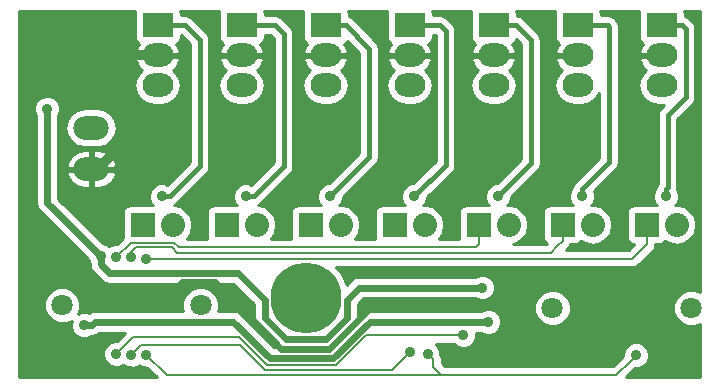
<source format=gbl>
G04 #@! TF.FileFunction,Copper,L2,Bot,Signal*
%FSLAX46Y46*%
G04 Gerber Fmt 4.6, Leading zero omitted, Abs format (unit mm)*
G04 Created by KiCad (PCBNEW 4.0.1-stable) date 2016-06-28 03:14:43*
%MOMM*%
G01*
G04 APERTURE LIST*
%ADD10C,0.100000*%
%ADD11O,3.000000X2.000000*%
%ADD12C,1.800000*%
%ADD13R,2.600000X2.000000*%
%ADD14O,2.600000X2.000000*%
%ADD15R,2.032000X2.032000*%
%ADD16O,2.032000X2.032000*%
%ADD17C,6.000000*%
%ADD18C,0.914400*%
%ADD19C,0.812800*%
%ADD20C,0.584200*%
%ADD21C,0.406400*%
%ADD22C,0.203200*%
%ADD23C,0.254000*%
G04 APERTURE END LIST*
D10*
D11*
X114969500Y-103413500D03*
X114969500Y-99913500D03*
D12*
X112496500Y-114935000D03*
X124231500Y-114935000D03*
D13*
X127698500Y-91249500D03*
D14*
X127698500Y-93789500D03*
X127698500Y-96329500D03*
D15*
X161988500Y-108140500D03*
D16*
X164528500Y-108140500D03*
D15*
X154876500Y-108140500D03*
D16*
X157416500Y-108140500D03*
D15*
X147764500Y-108140500D03*
D16*
X150304500Y-108140500D03*
D15*
X140652500Y-108140500D03*
D16*
X143192500Y-108140500D03*
D15*
X133540500Y-108140500D03*
D16*
X136080500Y-108140500D03*
D15*
X126428500Y-108140500D03*
D16*
X128968500Y-108140500D03*
D15*
X119316500Y-108140500D03*
D16*
X121856500Y-108140500D03*
D13*
X120586500Y-91249500D03*
D14*
X120586500Y-93789500D03*
X120586500Y-96329500D03*
D13*
X134810500Y-91249500D03*
D14*
X134810500Y-93789500D03*
X134810500Y-96329500D03*
D13*
X141922500Y-91249500D03*
D14*
X141922500Y-93789500D03*
X141922500Y-96329500D03*
D13*
X163258500Y-91249500D03*
D14*
X163258500Y-93789500D03*
X163258500Y-96329500D03*
D13*
X156146500Y-91249500D03*
D14*
X156146500Y-93789500D03*
X156146500Y-96329500D03*
D13*
X149034500Y-91249500D03*
D14*
X149034500Y-93789500D03*
X149034500Y-96329500D03*
D17*
X133140500Y-114344500D03*
D12*
X154025500Y-115188500D03*
X165760500Y-115188500D03*
D18*
X122237500Y-113474500D03*
X147205700Y-114769900D03*
X120967500Y-105727500D03*
X128079500Y-105727500D03*
X135191500Y-105727500D03*
X142303500Y-105727500D03*
X149415500Y-105727500D03*
X156527500Y-105727500D03*
X163639500Y-105727500D03*
X111252000Y-98298000D03*
X148069300Y-113449100D03*
X115760500Y-110807500D03*
X117094000Y-110871000D03*
X118364000Y-110871000D03*
X119634000Y-110998020D03*
X143446500Y-119062500D03*
X161099500Y-119189500D03*
X119634000Y-119126000D03*
X141986000Y-118872000D03*
X118364000Y-119126000D03*
X146483530Y-117464975D03*
X117094000Y-119062500D03*
X148589567Y-116332433D03*
X114363500Y-116649500D03*
D19*
X114969500Y-103413500D02*
X115469500Y-103413500D01*
X115469500Y-103413500D02*
X118046500Y-100836500D01*
X118046500Y-100836500D02*
X118046500Y-94216700D01*
X118046500Y-94216700D02*
X118473700Y-93789500D01*
X118473700Y-93789500D02*
X120586500Y-93789500D01*
D20*
X122237500Y-113474500D02*
X122694699Y-113017301D01*
X122694699Y-113017301D02*
X125424079Y-113017301D01*
X131033989Y-118627211D02*
X135144399Y-118627211D01*
X125424079Y-113017301D02*
X131033989Y-118627211D01*
X135144399Y-118627211D02*
X139001710Y-114769900D01*
X139001710Y-114769900D02*
X147205700Y-114769900D01*
X120286500Y-93789500D02*
X120586500Y-93789500D01*
D21*
X138493500Y-102425500D02*
X138493500Y-93226100D01*
X138493500Y-93226100D02*
X136516900Y-91249500D01*
X136516900Y-91249500D02*
X134810500Y-91249500D01*
X124142500Y-92519500D02*
X122872500Y-91249500D01*
X122872500Y-91249500D02*
X120586500Y-91249500D01*
X124142500Y-103199078D02*
X124142500Y-92519500D01*
X120967500Y-105727500D02*
X121614078Y-105727500D01*
X121614078Y-105727500D02*
X124142500Y-103199078D01*
X128079500Y-105727500D02*
X128726078Y-105727500D01*
X128726078Y-105727500D02*
X131254500Y-103199078D01*
X131254500Y-103199078D02*
X131254500Y-92011500D01*
X131254500Y-92011500D02*
X130492500Y-91249500D01*
X130492500Y-91249500D02*
X127698500Y-91249500D01*
X135191500Y-105727500D02*
X138493500Y-102425500D01*
X144970500Y-91757500D02*
X144462500Y-91249500D01*
X144462500Y-91249500D02*
X141922500Y-91249500D01*
X144970500Y-103060500D02*
X144970500Y-91757500D01*
X142303500Y-105727500D02*
X144970500Y-103060500D01*
X149415500Y-105727500D02*
X152209500Y-102933500D01*
X152209500Y-102933500D02*
X152209500Y-92519500D01*
X150939500Y-91249500D02*
X149034500Y-91249500D01*
X152209500Y-92519500D02*
X150939500Y-91249500D01*
X158813500Y-91376500D02*
X158686500Y-91249500D01*
X158686500Y-91249500D02*
X156146500Y-91249500D01*
X158813500Y-102794922D02*
X158813500Y-91376500D01*
X156527500Y-105727500D02*
X156527500Y-105080922D01*
X156527500Y-105080922D02*
X158813500Y-102794922D01*
X163639500Y-105727500D02*
X163639500Y-105080922D01*
X163639500Y-105080922D02*
X163766500Y-104953922D01*
X163766500Y-104953922D02*
X163766500Y-98869500D01*
X163766500Y-98869500D02*
X165290500Y-97345500D01*
X165290500Y-97345500D02*
X165290500Y-91575100D01*
X165290500Y-91575100D02*
X164964900Y-91249500D01*
X164964900Y-91249500D02*
X163258500Y-91249500D01*
D20*
X111252000Y-98298000D02*
X111252000Y-106299000D01*
X111252000Y-106299000D02*
X115760500Y-110807500D01*
X115760500Y-111454078D02*
X115760500Y-110807500D01*
X116510922Y-112204500D02*
X115760500Y-111454078D01*
X129645199Y-114465089D02*
X127384610Y-112204500D01*
X134818245Y-117839801D02*
X131462755Y-117839801D01*
X136635801Y-114465089D02*
X136635801Y-116022245D01*
X137651790Y-113449100D02*
X136635801Y-114465089D01*
X129645199Y-116022245D02*
X129645199Y-114465089D01*
X131462755Y-117839801D02*
X129645199Y-116022245D01*
X148069300Y-113449100D02*
X137651790Y-113449100D01*
X127384610Y-112204500D02*
X116510922Y-112204500D01*
X136635801Y-116022245D02*
X134818245Y-117839801D01*
D22*
X147764500Y-109359700D02*
X147764500Y-108140500D01*
X122367750Y-110045500D02*
X147510500Y-110045500D01*
X117094000Y-110871000D02*
X118325911Y-109639089D01*
X121961340Y-109639089D02*
X122367750Y-110045500D01*
X147510500Y-110045500D02*
X147764500Y-109791500D01*
X118325911Y-109639089D02*
X121961340Y-109639089D01*
X147764500Y-109791500D02*
X147764500Y-109359700D01*
X154876500Y-109474000D02*
X154876500Y-108140500D01*
X154432000Y-109918500D02*
X154876500Y-109474000D01*
X153860500Y-110490000D02*
X154432000Y-109918500D01*
X118745000Y-110045500D02*
X121793000Y-110045500D01*
X122237500Y-110490000D02*
X153860500Y-110490000D01*
X118364000Y-110426500D02*
X118745000Y-110045500D01*
X121793000Y-110045500D02*
X122237500Y-110490000D01*
X118364000Y-110871000D02*
X118364000Y-110426500D01*
X161163000Y-110617000D02*
X161988500Y-109791500D01*
X160782000Y-110998000D02*
X161163000Y-110617000D01*
X120280598Y-110998000D02*
X160782000Y-110998000D01*
X120280578Y-110998020D02*
X120280598Y-110998000D01*
X119634000Y-110998020D02*
X120280578Y-110998020D01*
X161988500Y-109791500D02*
X161988500Y-108140500D01*
X159435767Y-120853233D02*
X144602233Y-120853233D01*
X144602233Y-120853233D02*
X143903699Y-120154699D01*
X143446500Y-119062500D02*
X143903699Y-119519699D01*
X143903699Y-119519699D02*
X143903699Y-120154699D01*
X160642301Y-119646699D02*
X161099500Y-119189500D01*
X159435767Y-120853233D02*
X160642301Y-119646699D01*
X121361232Y-120853232D02*
X159435767Y-120853233D01*
X119634000Y-119126000D02*
X121361232Y-120853232D01*
X129695913Y-120446822D02*
X140411178Y-120446822D01*
X140411178Y-120446822D02*
X141986000Y-118872000D01*
X118364000Y-119126000D02*
X119168851Y-118321149D01*
X119168851Y-118321149D02*
X127570240Y-118321149D01*
X127570240Y-118321149D02*
X129695913Y-120446822D01*
X118491000Y-117665500D02*
X127489342Y-117665500D01*
X145836952Y-117464975D02*
X146483530Y-117464975D01*
X127489342Y-117665500D02*
X129864253Y-120040411D01*
X129864253Y-120040411D02*
X135688928Y-120040411D01*
X138264364Y-117464975D02*
X145836952Y-117464975D01*
X117094000Y-119062500D02*
X118491000Y-117665500D01*
X135688928Y-120040411D02*
X138264364Y-117464975D01*
D20*
X130082622Y-119414622D02*
X126998301Y-116330301D01*
X126998301Y-116330301D02*
X115329277Y-116330301D01*
X138554876Y-116330301D02*
X135470556Y-119414622D01*
X135470556Y-119414622D02*
X130082622Y-119414622D01*
X147940857Y-116330301D02*
X138554876Y-116330301D01*
X114363500Y-116649500D02*
X115010078Y-116649500D01*
X147940857Y-116330301D02*
X147942989Y-116332433D01*
X115010078Y-116649500D02*
X115329277Y-116330301D01*
X147942989Y-116332433D02*
X148589567Y-116332433D01*
D23*
G36*
X166510500Y-113837854D02*
X166067170Y-113653767D01*
X165456509Y-113653235D01*
X164892129Y-113886432D01*
X164459949Y-114317857D01*
X164225767Y-114881830D01*
X164225235Y-115492491D01*
X164458432Y-116056871D01*
X164889857Y-116489051D01*
X165453830Y-116723233D01*
X166064491Y-116723765D01*
X166510500Y-116539478D01*
X166510500Y-121044500D01*
X160286210Y-121044500D01*
X161049054Y-120281656D01*
X161315799Y-120281889D01*
X161717373Y-120115962D01*
X162024882Y-119808989D01*
X162191510Y-119407705D01*
X162191889Y-118973201D01*
X162025962Y-118571627D01*
X161718989Y-118264118D01*
X161317705Y-118097490D01*
X160883201Y-118097111D01*
X160481627Y-118263038D01*
X160174118Y-118570011D01*
X160007490Y-118971295D01*
X160007256Y-119240034D01*
X159130657Y-120116633D01*
X144907343Y-120116633D01*
X144640299Y-119849589D01*
X144640299Y-119519699D01*
X144584229Y-119237814D01*
X144538607Y-119169536D01*
X144538889Y-118846201D01*
X144372962Y-118444627D01*
X144130334Y-118201575D01*
X145675588Y-118201575D01*
X145864041Y-118390357D01*
X146265325Y-118556985D01*
X146699829Y-118557364D01*
X147101403Y-118391437D01*
X147408912Y-118084464D01*
X147575540Y-117683180D01*
X147575911Y-117257401D01*
X147932271Y-117257401D01*
X147942989Y-117259533D01*
X147974215Y-117259533D01*
X148371362Y-117424443D01*
X148805866Y-117424822D01*
X149207440Y-117258895D01*
X149514949Y-116951922D01*
X149681577Y-116550638D01*
X149681956Y-116116134D01*
X149516029Y-115714560D01*
X149294348Y-115492491D01*
X152490235Y-115492491D01*
X152723432Y-116056871D01*
X153154857Y-116489051D01*
X153718830Y-116723233D01*
X154329491Y-116723765D01*
X154893871Y-116490568D01*
X155326051Y-116059143D01*
X155560233Y-115495170D01*
X155560765Y-114884509D01*
X155327568Y-114320129D01*
X154896143Y-113887949D01*
X154332170Y-113653767D01*
X153721509Y-113653235D01*
X153157129Y-113886432D01*
X152724949Y-114317857D01*
X152490767Y-114881830D01*
X152490235Y-115492491D01*
X149294348Y-115492491D01*
X149209056Y-115407051D01*
X148807772Y-115240423D01*
X148373268Y-115240044D01*
X147973238Y-115405333D01*
X147951575Y-115405333D01*
X147940857Y-115403201D01*
X138554881Y-115403201D01*
X138554876Y-115403200D01*
X138200090Y-115473772D01*
X137899317Y-115674742D01*
X137562901Y-116011158D01*
X137562901Y-114849107D01*
X138035807Y-114376200D01*
X147453948Y-114376200D01*
X147851095Y-114541110D01*
X148285599Y-114541489D01*
X148687173Y-114375562D01*
X148994682Y-114068589D01*
X149161310Y-113667305D01*
X149161689Y-113232801D01*
X148995762Y-112831227D01*
X148688789Y-112523718D01*
X148287505Y-112357090D01*
X147853001Y-112356711D01*
X147452971Y-112522000D01*
X137651790Y-112522000D01*
X137297004Y-112592571D01*
X136996231Y-112793541D01*
X136996229Y-112793544D01*
X136597489Y-113192283D01*
X136223900Y-112288128D01*
X135671337Y-111734600D01*
X160782000Y-111734600D01*
X161063885Y-111678530D01*
X161302855Y-111518855D01*
X162509355Y-110312355D01*
X162669030Y-110073385D01*
X162722626Y-109803940D01*
X163004500Y-109803940D01*
X163239817Y-109759662D01*
X163455941Y-109620590D01*
X163557698Y-109471663D01*
X163896690Y-109698170D01*
X164528500Y-109823845D01*
X165160310Y-109698170D01*
X165695933Y-109340278D01*
X166053825Y-108804655D01*
X166179500Y-108172845D01*
X166179500Y-108108155D01*
X166053825Y-107476345D01*
X165695933Y-106940722D01*
X165160310Y-106582830D01*
X164528500Y-106457155D01*
X164436115Y-106475532D01*
X164564882Y-106346989D01*
X164731510Y-105945705D01*
X164731889Y-105511201D01*
X164571205Y-105122315D01*
X164604700Y-104953922D01*
X164604700Y-99216694D01*
X165883197Y-97938197D01*
X165948781Y-97840043D01*
X166064896Y-97666265D01*
X166128700Y-97345500D01*
X166128700Y-91575100D01*
X166064896Y-91254335D01*
X166064896Y-91254334D01*
X165883197Y-90982403D01*
X165557597Y-90656803D01*
X165285666Y-90475104D01*
X165205940Y-90459246D01*
X165205940Y-90249500D01*
X165164544Y-90029500D01*
X166510500Y-90029500D01*
X166510500Y-113837854D01*
X166510500Y-113837854D01*
G37*
X166510500Y-113837854D02*
X166067170Y-113653767D01*
X165456509Y-113653235D01*
X164892129Y-113886432D01*
X164459949Y-114317857D01*
X164225767Y-114881830D01*
X164225235Y-115492491D01*
X164458432Y-116056871D01*
X164889857Y-116489051D01*
X165453830Y-116723233D01*
X166064491Y-116723765D01*
X166510500Y-116539478D01*
X166510500Y-121044500D01*
X160286210Y-121044500D01*
X161049054Y-120281656D01*
X161315799Y-120281889D01*
X161717373Y-120115962D01*
X162024882Y-119808989D01*
X162191510Y-119407705D01*
X162191889Y-118973201D01*
X162025962Y-118571627D01*
X161718989Y-118264118D01*
X161317705Y-118097490D01*
X160883201Y-118097111D01*
X160481627Y-118263038D01*
X160174118Y-118570011D01*
X160007490Y-118971295D01*
X160007256Y-119240034D01*
X159130657Y-120116633D01*
X144907343Y-120116633D01*
X144640299Y-119849589D01*
X144640299Y-119519699D01*
X144584229Y-119237814D01*
X144538607Y-119169536D01*
X144538889Y-118846201D01*
X144372962Y-118444627D01*
X144130334Y-118201575D01*
X145675588Y-118201575D01*
X145864041Y-118390357D01*
X146265325Y-118556985D01*
X146699829Y-118557364D01*
X147101403Y-118391437D01*
X147408912Y-118084464D01*
X147575540Y-117683180D01*
X147575911Y-117257401D01*
X147932271Y-117257401D01*
X147942989Y-117259533D01*
X147974215Y-117259533D01*
X148371362Y-117424443D01*
X148805866Y-117424822D01*
X149207440Y-117258895D01*
X149514949Y-116951922D01*
X149681577Y-116550638D01*
X149681956Y-116116134D01*
X149516029Y-115714560D01*
X149294348Y-115492491D01*
X152490235Y-115492491D01*
X152723432Y-116056871D01*
X153154857Y-116489051D01*
X153718830Y-116723233D01*
X154329491Y-116723765D01*
X154893871Y-116490568D01*
X155326051Y-116059143D01*
X155560233Y-115495170D01*
X155560765Y-114884509D01*
X155327568Y-114320129D01*
X154896143Y-113887949D01*
X154332170Y-113653767D01*
X153721509Y-113653235D01*
X153157129Y-113886432D01*
X152724949Y-114317857D01*
X152490767Y-114881830D01*
X152490235Y-115492491D01*
X149294348Y-115492491D01*
X149209056Y-115407051D01*
X148807772Y-115240423D01*
X148373268Y-115240044D01*
X147973238Y-115405333D01*
X147951575Y-115405333D01*
X147940857Y-115403201D01*
X138554881Y-115403201D01*
X138554876Y-115403200D01*
X138200090Y-115473772D01*
X137899317Y-115674742D01*
X137562901Y-116011158D01*
X137562901Y-114849107D01*
X138035807Y-114376200D01*
X147453948Y-114376200D01*
X147851095Y-114541110D01*
X148285599Y-114541489D01*
X148687173Y-114375562D01*
X148994682Y-114068589D01*
X149161310Y-113667305D01*
X149161689Y-113232801D01*
X148995762Y-112831227D01*
X148688789Y-112523718D01*
X148287505Y-112357090D01*
X147853001Y-112356711D01*
X147452971Y-112522000D01*
X137651790Y-112522000D01*
X137297004Y-112592571D01*
X136996231Y-112793541D01*
X136996229Y-112793544D01*
X136597489Y-113192283D01*
X136223900Y-112288128D01*
X135671337Y-111734600D01*
X160782000Y-111734600D01*
X161063885Y-111678530D01*
X161302855Y-111518855D01*
X162509355Y-110312355D01*
X162669030Y-110073385D01*
X162722626Y-109803940D01*
X163004500Y-109803940D01*
X163239817Y-109759662D01*
X163455941Y-109620590D01*
X163557698Y-109471663D01*
X163896690Y-109698170D01*
X164528500Y-109823845D01*
X165160310Y-109698170D01*
X165695933Y-109340278D01*
X166053825Y-108804655D01*
X166179500Y-108172845D01*
X166179500Y-108108155D01*
X166053825Y-107476345D01*
X165695933Y-106940722D01*
X165160310Y-106582830D01*
X164528500Y-106457155D01*
X164436115Y-106475532D01*
X164564882Y-106346989D01*
X164731510Y-105945705D01*
X164731889Y-105511201D01*
X164571205Y-105122315D01*
X164604700Y-104953922D01*
X164604700Y-99216694D01*
X165883197Y-97938197D01*
X165948781Y-97840043D01*
X166064896Y-97666265D01*
X166128700Y-97345500D01*
X166128700Y-91575100D01*
X166064896Y-91254335D01*
X166064896Y-91254334D01*
X165883197Y-90982403D01*
X165557597Y-90656803D01*
X165285666Y-90475104D01*
X165205940Y-90459246D01*
X165205940Y-90249500D01*
X165164544Y-90029500D01*
X166510500Y-90029500D01*
X166510500Y-113837854D01*
G36*
X118639060Y-90249500D02*
X118639060Y-92249500D01*
X118683338Y-92484817D01*
X118822410Y-92700941D01*
X118989120Y-92814849D01*
X118727356Y-93281145D01*
X118696376Y-93409066D01*
X118815723Y-93662500D01*
X120459500Y-93662500D01*
X120459500Y-93642500D01*
X120713500Y-93642500D01*
X120713500Y-93662500D01*
X122357277Y-93662500D01*
X122476624Y-93409066D01*
X122445644Y-93281145D01*
X122183005Y-92813289D01*
X122337941Y-92713590D01*
X122482931Y-92501390D01*
X122533940Y-92249500D01*
X122533940Y-92096334D01*
X123304300Y-92866694D01*
X123304300Y-102851884D01*
X121422407Y-104733777D01*
X121185705Y-104635490D01*
X120751201Y-104635111D01*
X120349627Y-104801038D01*
X120042118Y-105108011D01*
X119875490Y-105509295D01*
X119875111Y-105943799D01*
X120041038Y-106345373D01*
X120172495Y-106477060D01*
X118300500Y-106477060D01*
X118065183Y-106521338D01*
X117849059Y-106660410D01*
X117704069Y-106872610D01*
X117653060Y-107124500D01*
X117653060Y-109156500D01*
X117671071Y-109252219D01*
X117144446Y-109778844D01*
X116877701Y-109778611D01*
X116476127Y-109944538D01*
X116459184Y-109961451D01*
X116379989Y-109882118D01*
X115980249Y-109716131D01*
X112179100Y-105914982D01*
X112179100Y-103793934D01*
X112879376Y-103793934D01*
X112910356Y-103921855D01*
X113223578Y-104479817D01*
X113726480Y-104875442D01*
X114342500Y-105048500D01*
X114842500Y-105048500D01*
X114842500Y-103540500D01*
X115096500Y-103540500D01*
X115096500Y-105048500D01*
X115596500Y-105048500D01*
X116212520Y-104875442D01*
X116715422Y-104479817D01*
X117028644Y-103921855D01*
X117059624Y-103793934D01*
X116940277Y-103540500D01*
X115096500Y-103540500D01*
X114842500Y-103540500D01*
X112998723Y-103540500D01*
X112879376Y-103793934D01*
X112179100Y-103793934D01*
X112179100Y-103033066D01*
X112879376Y-103033066D01*
X112998723Y-103286500D01*
X114842500Y-103286500D01*
X114842500Y-101778500D01*
X115096500Y-101778500D01*
X115096500Y-103286500D01*
X116940277Y-103286500D01*
X117059624Y-103033066D01*
X117028644Y-102905145D01*
X116715422Y-102347183D01*
X116212520Y-101951558D01*
X115596500Y-101778500D01*
X115096500Y-101778500D01*
X114842500Y-101778500D01*
X114342500Y-101778500D01*
X113726480Y-101951558D01*
X113223578Y-102347183D01*
X112910356Y-102905145D01*
X112879376Y-103033066D01*
X112179100Y-103033066D01*
X112179100Y-99913500D01*
X112792673Y-99913500D01*
X112917130Y-100539187D01*
X113271553Y-101069620D01*
X113801986Y-101424043D01*
X114427673Y-101548500D01*
X115511327Y-101548500D01*
X116137014Y-101424043D01*
X116667447Y-101069620D01*
X117021870Y-100539187D01*
X117146327Y-99913500D01*
X117021870Y-99287813D01*
X116667447Y-98757380D01*
X116137014Y-98402957D01*
X115511327Y-98278500D01*
X114427673Y-98278500D01*
X113801986Y-98402957D01*
X113271553Y-98757380D01*
X112917130Y-99287813D01*
X112792673Y-99913500D01*
X112179100Y-99913500D01*
X112179100Y-98913352D01*
X112344010Y-98516205D01*
X112344389Y-98081701D01*
X112178462Y-97680127D01*
X111871489Y-97372618D01*
X111470205Y-97205990D01*
X111035701Y-97205611D01*
X110634127Y-97371538D01*
X110326618Y-97678511D01*
X110159990Y-98079795D01*
X110159611Y-98514299D01*
X110324900Y-98914329D01*
X110324900Y-106299000D01*
X110395471Y-106653786D01*
X110596441Y-106954559D01*
X114669822Y-111027940D01*
X114833400Y-111423829D01*
X114833400Y-111454078D01*
X114903971Y-111808864D01*
X115104941Y-112109637D01*
X115855363Y-112860059D01*
X116156136Y-113061029D01*
X116510922Y-113131600D01*
X127000592Y-113131600D01*
X128718099Y-114849106D01*
X128718099Y-116022245D01*
X128788670Y-116377031D01*
X128989640Y-116677804D01*
X130799359Y-118487522D01*
X130466639Y-118487522D01*
X127653860Y-115674742D01*
X127353087Y-115473772D01*
X126998301Y-115403201D01*
X125699159Y-115403201D01*
X125766233Y-115241670D01*
X125766765Y-114631009D01*
X125533568Y-114066629D01*
X125102143Y-113634449D01*
X124538170Y-113400267D01*
X123927509Y-113399735D01*
X123363129Y-113632932D01*
X122930949Y-114064357D01*
X122696767Y-114628330D01*
X122696235Y-115238991D01*
X122764085Y-115403201D01*
X115329282Y-115403201D01*
X115329277Y-115403200D01*
X114974491Y-115473772D01*
X114746677Y-115625992D01*
X114581705Y-115557490D01*
X114147201Y-115557111D01*
X113849106Y-115680281D01*
X114031233Y-115241670D01*
X114031765Y-114631009D01*
X113798568Y-114066629D01*
X113367143Y-113634449D01*
X112803170Y-113400267D01*
X112192509Y-113399735D01*
X111628129Y-113632932D01*
X111195949Y-114064357D01*
X110961767Y-114628330D01*
X110961235Y-115238991D01*
X111194432Y-115803371D01*
X111625857Y-116235551D01*
X112189830Y-116469733D01*
X112800491Y-116470265D01*
X113349504Y-116243418D01*
X113271490Y-116431295D01*
X113271111Y-116865799D01*
X113437038Y-117267373D01*
X113744011Y-117574882D01*
X114145295Y-117741510D01*
X114579799Y-117741889D01*
X114979829Y-117576600D01*
X115010078Y-117576600D01*
X115364864Y-117506029D01*
X115665637Y-117305059D01*
X115713295Y-117257401D01*
X117857389Y-117257401D01*
X117144446Y-117970344D01*
X116877701Y-117970111D01*
X116476127Y-118136038D01*
X116168618Y-118443011D01*
X116001990Y-118844295D01*
X116001611Y-119278799D01*
X116167538Y-119680373D01*
X116474511Y-119987882D01*
X116875795Y-120154510D01*
X117310299Y-120154889D01*
X117690865Y-119997642D01*
X117744511Y-120051382D01*
X118145795Y-120218010D01*
X118580299Y-120218389D01*
X118981873Y-120052462D01*
X118998760Y-120035604D01*
X119014511Y-120051382D01*
X119415795Y-120218010D01*
X119684534Y-120218244D01*
X120510790Y-121044500D01*
X108825500Y-121044500D01*
X108825500Y-96329500D01*
X118613591Y-96329500D01*
X118738048Y-96955187D01*
X119092471Y-97485620D01*
X119622904Y-97840043D01*
X120248591Y-97964500D01*
X120924409Y-97964500D01*
X121550096Y-97840043D01*
X122080529Y-97485620D01*
X122434952Y-96955187D01*
X122559409Y-96329500D01*
X122434952Y-95703813D01*
X122080529Y-95173380D01*
X121890312Y-95046281D01*
X122132422Y-94855817D01*
X122445644Y-94297855D01*
X122476624Y-94169934D01*
X122357277Y-93916500D01*
X120713500Y-93916500D01*
X120713500Y-93936500D01*
X120459500Y-93936500D01*
X120459500Y-93916500D01*
X118815723Y-93916500D01*
X118696376Y-94169934D01*
X118727356Y-94297855D01*
X119040578Y-94855817D01*
X119282688Y-95046281D01*
X119092471Y-95173380D01*
X118738048Y-95703813D01*
X118613591Y-96329500D01*
X108825500Y-96329500D01*
X108825500Y-90029500D01*
X118683611Y-90029500D01*
X118639060Y-90249500D01*
X118639060Y-90249500D01*
G37*
X118639060Y-90249500D02*
X118639060Y-92249500D01*
X118683338Y-92484817D01*
X118822410Y-92700941D01*
X118989120Y-92814849D01*
X118727356Y-93281145D01*
X118696376Y-93409066D01*
X118815723Y-93662500D01*
X120459500Y-93662500D01*
X120459500Y-93642500D01*
X120713500Y-93642500D01*
X120713500Y-93662500D01*
X122357277Y-93662500D01*
X122476624Y-93409066D01*
X122445644Y-93281145D01*
X122183005Y-92813289D01*
X122337941Y-92713590D01*
X122482931Y-92501390D01*
X122533940Y-92249500D01*
X122533940Y-92096334D01*
X123304300Y-92866694D01*
X123304300Y-102851884D01*
X121422407Y-104733777D01*
X121185705Y-104635490D01*
X120751201Y-104635111D01*
X120349627Y-104801038D01*
X120042118Y-105108011D01*
X119875490Y-105509295D01*
X119875111Y-105943799D01*
X120041038Y-106345373D01*
X120172495Y-106477060D01*
X118300500Y-106477060D01*
X118065183Y-106521338D01*
X117849059Y-106660410D01*
X117704069Y-106872610D01*
X117653060Y-107124500D01*
X117653060Y-109156500D01*
X117671071Y-109252219D01*
X117144446Y-109778844D01*
X116877701Y-109778611D01*
X116476127Y-109944538D01*
X116459184Y-109961451D01*
X116379989Y-109882118D01*
X115980249Y-109716131D01*
X112179100Y-105914982D01*
X112179100Y-103793934D01*
X112879376Y-103793934D01*
X112910356Y-103921855D01*
X113223578Y-104479817D01*
X113726480Y-104875442D01*
X114342500Y-105048500D01*
X114842500Y-105048500D01*
X114842500Y-103540500D01*
X115096500Y-103540500D01*
X115096500Y-105048500D01*
X115596500Y-105048500D01*
X116212520Y-104875442D01*
X116715422Y-104479817D01*
X117028644Y-103921855D01*
X117059624Y-103793934D01*
X116940277Y-103540500D01*
X115096500Y-103540500D01*
X114842500Y-103540500D01*
X112998723Y-103540500D01*
X112879376Y-103793934D01*
X112179100Y-103793934D01*
X112179100Y-103033066D01*
X112879376Y-103033066D01*
X112998723Y-103286500D01*
X114842500Y-103286500D01*
X114842500Y-101778500D01*
X115096500Y-101778500D01*
X115096500Y-103286500D01*
X116940277Y-103286500D01*
X117059624Y-103033066D01*
X117028644Y-102905145D01*
X116715422Y-102347183D01*
X116212520Y-101951558D01*
X115596500Y-101778500D01*
X115096500Y-101778500D01*
X114842500Y-101778500D01*
X114342500Y-101778500D01*
X113726480Y-101951558D01*
X113223578Y-102347183D01*
X112910356Y-102905145D01*
X112879376Y-103033066D01*
X112179100Y-103033066D01*
X112179100Y-99913500D01*
X112792673Y-99913500D01*
X112917130Y-100539187D01*
X113271553Y-101069620D01*
X113801986Y-101424043D01*
X114427673Y-101548500D01*
X115511327Y-101548500D01*
X116137014Y-101424043D01*
X116667447Y-101069620D01*
X117021870Y-100539187D01*
X117146327Y-99913500D01*
X117021870Y-99287813D01*
X116667447Y-98757380D01*
X116137014Y-98402957D01*
X115511327Y-98278500D01*
X114427673Y-98278500D01*
X113801986Y-98402957D01*
X113271553Y-98757380D01*
X112917130Y-99287813D01*
X112792673Y-99913500D01*
X112179100Y-99913500D01*
X112179100Y-98913352D01*
X112344010Y-98516205D01*
X112344389Y-98081701D01*
X112178462Y-97680127D01*
X111871489Y-97372618D01*
X111470205Y-97205990D01*
X111035701Y-97205611D01*
X110634127Y-97371538D01*
X110326618Y-97678511D01*
X110159990Y-98079795D01*
X110159611Y-98514299D01*
X110324900Y-98914329D01*
X110324900Y-106299000D01*
X110395471Y-106653786D01*
X110596441Y-106954559D01*
X114669822Y-111027940D01*
X114833400Y-111423829D01*
X114833400Y-111454078D01*
X114903971Y-111808864D01*
X115104941Y-112109637D01*
X115855363Y-112860059D01*
X116156136Y-113061029D01*
X116510922Y-113131600D01*
X127000592Y-113131600D01*
X128718099Y-114849106D01*
X128718099Y-116022245D01*
X128788670Y-116377031D01*
X128989640Y-116677804D01*
X130799359Y-118487522D01*
X130466639Y-118487522D01*
X127653860Y-115674742D01*
X127353087Y-115473772D01*
X126998301Y-115403201D01*
X125699159Y-115403201D01*
X125766233Y-115241670D01*
X125766765Y-114631009D01*
X125533568Y-114066629D01*
X125102143Y-113634449D01*
X124538170Y-113400267D01*
X123927509Y-113399735D01*
X123363129Y-113632932D01*
X122930949Y-114064357D01*
X122696767Y-114628330D01*
X122696235Y-115238991D01*
X122764085Y-115403201D01*
X115329282Y-115403201D01*
X115329277Y-115403200D01*
X114974491Y-115473772D01*
X114746677Y-115625992D01*
X114581705Y-115557490D01*
X114147201Y-115557111D01*
X113849106Y-115680281D01*
X114031233Y-115241670D01*
X114031765Y-114631009D01*
X113798568Y-114066629D01*
X113367143Y-113634449D01*
X112803170Y-113400267D01*
X112192509Y-113399735D01*
X111628129Y-113632932D01*
X111195949Y-114064357D01*
X110961767Y-114628330D01*
X110961235Y-115238991D01*
X111194432Y-115803371D01*
X111625857Y-116235551D01*
X112189830Y-116469733D01*
X112800491Y-116470265D01*
X113349504Y-116243418D01*
X113271490Y-116431295D01*
X113271111Y-116865799D01*
X113437038Y-117267373D01*
X113744011Y-117574882D01*
X114145295Y-117741510D01*
X114579799Y-117741889D01*
X114979829Y-117576600D01*
X115010078Y-117576600D01*
X115364864Y-117506029D01*
X115665637Y-117305059D01*
X115713295Y-117257401D01*
X117857389Y-117257401D01*
X117144446Y-117970344D01*
X116877701Y-117970111D01*
X116476127Y-118136038D01*
X116168618Y-118443011D01*
X116001990Y-118844295D01*
X116001611Y-119278799D01*
X116167538Y-119680373D01*
X116474511Y-119987882D01*
X116875795Y-120154510D01*
X117310299Y-120154889D01*
X117690865Y-119997642D01*
X117744511Y-120051382D01*
X118145795Y-120218010D01*
X118580299Y-120218389D01*
X118981873Y-120052462D01*
X118998760Y-120035604D01*
X119014511Y-120051382D01*
X119415795Y-120218010D01*
X119684534Y-120218244D01*
X120510790Y-121044500D01*
X108825500Y-121044500D01*
X108825500Y-96329500D01*
X118613591Y-96329500D01*
X118738048Y-96955187D01*
X119092471Y-97485620D01*
X119622904Y-97840043D01*
X120248591Y-97964500D01*
X120924409Y-97964500D01*
X121550096Y-97840043D01*
X122080529Y-97485620D01*
X122434952Y-96955187D01*
X122559409Y-96329500D01*
X122434952Y-95703813D01*
X122080529Y-95173380D01*
X121890312Y-95046281D01*
X122132422Y-94855817D01*
X122445644Y-94297855D01*
X122476624Y-94169934D01*
X122357277Y-93916500D01*
X120713500Y-93916500D01*
X120713500Y-93936500D01*
X120459500Y-93936500D01*
X120459500Y-93916500D01*
X118815723Y-93916500D01*
X118696376Y-94169934D01*
X118727356Y-94297855D01*
X119040578Y-94855817D01*
X119282688Y-95046281D01*
X119092471Y-95173380D01*
X118738048Y-95703813D01*
X118613591Y-96329500D01*
X108825500Y-96329500D01*
X108825500Y-90029500D01*
X118683611Y-90029500D01*
X118639060Y-90249500D01*
G36*
X161311060Y-90249500D02*
X161311060Y-92249500D01*
X161355338Y-92484817D01*
X161494410Y-92700941D01*
X161661120Y-92814849D01*
X161399356Y-93281145D01*
X161368376Y-93409066D01*
X161487723Y-93662500D01*
X163131500Y-93662500D01*
X163131500Y-93642500D01*
X163385500Y-93642500D01*
X163385500Y-93662500D01*
X163405500Y-93662500D01*
X163405500Y-93916500D01*
X163385500Y-93916500D01*
X163385500Y-93936500D01*
X163131500Y-93936500D01*
X163131500Y-93916500D01*
X161487723Y-93916500D01*
X161368376Y-94169934D01*
X161399356Y-94297855D01*
X161712578Y-94855817D01*
X161954688Y-95046281D01*
X161764471Y-95173380D01*
X161410048Y-95703813D01*
X161285591Y-96329500D01*
X161410048Y-96955187D01*
X161764471Y-97485620D01*
X162294904Y-97840043D01*
X162920591Y-97964500D01*
X163486106Y-97964500D01*
X163173803Y-98276803D01*
X162992104Y-98548734D01*
X162992104Y-98548735D01*
X162928300Y-98869500D01*
X162928300Y-104665577D01*
X162865104Y-104760156D01*
X162826562Y-104953922D01*
X162816177Y-105006130D01*
X162714118Y-105108011D01*
X162547490Y-105509295D01*
X162547111Y-105943799D01*
X162713038Y-106345373D01*
X162844495Y-106477060D01*
X160972500Y-106477060D01*
X160737183Y-106521338D01*
X160521059Y-106660410D01*
X160376069Y-106872610D01*
X160325060Y-107124500D01*
X160325060Y-109156500D01*
X160369338Y-109391817D01*
X160508410Y-109607941D01*
X160720610Y-109752931D01*
X160940775Y-109797515D01*
X160476890Y-110261400D01*
X155130810Y-110261400D01*
X155397355Y-109994855D01*
X155524921Y-109803940D01*
X155892500Y-109803940D01*
X156127817Y-109759662D01*
X156343941Y-109620590D01*
X156445698Y-109471663D01*
X156784690Y-109698170D01*
X157416500Y-109823845D01*
X158048310Y-109698170D01*
X158583933Y-109340278D01*
X158941825Y-108804655D01*
X159067500Y-108172845D01*
X159067500Y-108108155D01*
X158941825Y-107476345D01*
X158583933Y-106940722D01*
X158048310Y-106582830D01*
X157416500Y-106457155D01*
X157324115Y-106475532D01*
X157452882Y-106346989D01*
X157619510Y-105945705D01*
X157619889Y-105511201D01*
X157521276Y-105272540D01*
X159406197Y-103387619D01*
X159587896Y-103115688D01*
X159651700Y-102794922D01*
X159651700Y-91376500D01*
X159626438Y-91249500D01*
X159587896Y-91055734D01*
X159406197Y-90783803D01*
X159279197Y-90656803D01*
X159007266Y-90475104D01*
X158686500Y-90411300D01*
X158093940Y-90411300D01*
X158093940Y-90249500D01*
X158052544Y-90029500D01*
X161355611Y-90029500D01*
X161311060Y-90249500D01*
X161311060Y-90249500D01*
G37*
X161311060Y-90249500D02*
X161311060Y-92249500D01*
X161355338Y-92484817D01*
X161494410Y-92700941D01*
X161661120Y-92814849D01*
X161399356Y-93281145D01*
X161368376Y-93409066D01*
X161487723Y-93662500D01*
X163131500Y-93662500D01*
X163131500Y-93642500D01*
X163385500Y-93642500D01*
X163385500Y-93662500D01*
X163405500Y-93662500D01*
X163405500Y-93916500D01*
X163385500Y-93916500D01*
X163385500Y-93936500D01*
X163131500Y-93936500D01*
X163131500Y-93916500D01*
X161487723Y-93916500D01*
X161368376Y-94169934D01*
X161399356Y-94297855D01*
X161712578Y-94855817D01*
X161954688Y-95046281D01*
X161764471Y-95173380D01*
X161410048Y-95703813D01*
X161285591Y-96329500D01*
X161410048Y-96955187D01*
X161764471Y-97485620D01*
X162294904Y-97840043D01*
X162920591Y-97964500D01*
X163486106Y-97964500D01*
X163173803Y-98276803D01*
X162992104Y-98548734D01*
X162992104Y-98548735D01*
X162928300Y-98869500D01*
X162928300Y-104665577D01*
X162865104Y-104760156D01*
X162826562Y-104953922D01*
X162816177Y-105006130D01*
X162714118Y-105108011D01*
X162547490Y-105509295D01*
X162547111Y-105943799D01*
X162713038Y-106345373D01*
X162844495Y-106477060D01*
X160972500Y-106477060D01*
X160737183Y-106521338D01*
X160521059Y-106660410D01*
X160376069Y-106872610D01*
X160325060Y-107124500D01*
X160325060Y-109156500D01*
X160369338Y-109391817D01*
X160508410Y-109607941D01*
X160720610Y-109752931D01*
X160940775Y-109797515D01*
X160476890Y-110261400D01*
X155130810Y-110261400D01*
X155397355Y-109994855D01*
X155524921Y-109803940D01*
X155892500Y-109803940D01*
X156127817Y-109759662D01*
X156343941Y-109620590D01*
X156445698Y-109471663D01*
X156784690Y-109698170D01*
X157416500Y-109823845D01*
X158048310Y-109698170D01*
X158583933Y-109340278D01*
X158941825Y-108804655D01*
X159067500Y-108172845D01*
X159067500Y-108108155D01*
X158941825Y-107476345D01*
X158583933Y-106940722D01*
X158048310Y-106582830D01*
X157416500Y-106457155D01*
X157324115Y-106475532D01*
X157452882Y-106346989D01*
X157619510Y-105945705D01*
X157619889Y-105511201D01*
X157521276Y-105272540D01*
X159406197Y-103387619D01*
X159587896Y-103115688D01*
X159651700Y-102794922D01*
X159651700Y-91376500D01*
X159626438Y-91249500D01*
X159587896Y-91055734D01*
X159406197Y-90783803D01*
X159279197Y-90656803D01*
X159007266Y-90475104D01*
X158686500Y-90411300D01*
X158093940Y-90411300D01*
X158093940Y-90249500D01*
X158052544Y-90029500D01*
X161355611Y-90029500D01*
X161311060Y-90249500D01*
G36*
X154199060Y-90249500D02*
X154199060Y-92249500D01*
X154243338Y-92484817D01*
X154382410Y-92700941D01*
X154549120Y-92814849D01*
X154287356Y-93281145D01*
X154256376Y-93409066D01*
X154375723Y-93662500D01*
X156019500Y-93662500D01*
X156019500Y-93642500D01*
X156273500Y-93642500D01*
X156273500Y-93662500D01*
X156293500Y-93662500D01*
X156293500Y-93916500D01*
X156273500Y-93916500D01*
X156273500Y-93936500D01*
X156019500Y-93936500D01*
X156019500Y-93916500D01*
X154375723Y-93916500D01*
X154256376Y-94169934D01*
X154287356Y-94297855D01*
X154600578Y-94855817D01*
X154842688Y-95046281D01*
X154652471Y-95173380D01*
X154298048Y-95703813D01*
X154173591Y-96329500D01*
X154298048Y-96955187D01*
X154652471Y-97485620D01*
X155182904Y-97840043D01*
X155808591Y-97964500D01*
X156484409Y-97964500D01*
X157110096Y-97840043D01*
X157640529Y-97485620D01*
X157975300Y-96984598D01*
X157975300Y-102447728D01*
X155934803Y-104488225D01*
X155753104Y-104760156D01*
X155714562Y-104953922D01*
X155704177Y-105006130D01*
X155602118Y-105108011D01*
X155435490Y-105509295D01*
X155435111Y-105943799D01*
X155601038Y-106345373D01*
X155732495Y-106477060D01*
X153860500Y-106477060D01*
X153625183Y-106521338D01*
X153409059Y-106660410D01*
X153264069Y-106872610D01*
X153213060Y-107124500D01*
X153213060Y-109156500D01*
X153257338Y-109391817D01*
X153396410Y-109607941D01*
X153577272Y-109731518D01*
X153555390Y-109753400D01*
X150658650Y-109753400D01*
X150936310Y-109698170D01*
X151471933Y-109340278D01*
X151829825Y-108804655D01*
X151955500Y-108172845D01*
X151955500Y-108108155D01*
X151829825Y-107476345D01*
X151471933Y-106940722D01*
X150936310Y-106582830D01*
X150304500Y-106457155D01*
X150212115Y-106475532D01*
X150340882Y-106346989D01*
X150507510Y-105945705D01*
X150507619Y-105820775D01*
X152802197Y-103526197D01*
X152983896Y-103254265D01*
X153047700Y-102933500D01*
X153047700Y-92519500D01*
X153010457Y-92332266D01*
X152983896Y-92198734D01*
X152802197Y-91926803D01*
X151532197Y-90656803D01*
X151260266Y-90475104D01*
X150981940Y-90419742D01*
X150981940Y-90249500D01*
X150940544Y-90029500D01*
X154243611Y-90029500D01*
X154199060Y-90249500D01*
X154199060Y-90249500D01*
G37*
X154199060Y-90249500D02*
X154199060Y-92249500D01*
X154243338Y-92484817D01*
X154382410Y-92700941D01*
X154549120Y-92814849D01*
X154287356Y-93281145D01*
X154256376Y-93409066D01*
X154375723Y-93662500D01*
X156019500Y-93662500D01*
X156019500Y-93642500D01*
X156273500Y-93642500D01*
X156273500Y-93662500D01*
X156293500Y-93662500D01*
X156293500Y-93916500D01*
X156273500Y-93916500D01*
X156273500Y-93936500D01*
X156019500Y-93936500D01*
X156019500Y-93916500D01*
X154375723Y-93916500D01*
X154256376Y-94169934D01*
X154287356Y-94297855D01*
X154600578Y-94855817D01*
X154842688Y-95046281D01*
X154652471Y-95173380D01*
X154298048Y-95703813D01*
X154173591Y-96329500D01*
X154298048Y-96955187D01*
X154652471Y-97485620D01*
X155182904Y-97840043D01*
X155808591Y-97964500D01*
X156484409Y-97964500D01*
X157110096Y-97840043D01*
X157640529Y-97485620D01*
X157975300Y-96984598D01*
X157975300Y-102447728D01*
X155934803Y-104488225D01*
X155753104Y-104760156D01*
X155714562Y-104953922D01*
X155704177Y-105006130D01*
X155602118Y-105108011D01*
X155435490Y-105509295D01*
X155435111Y-105943799D01*
X155601038Y-106345373D01*
X155732495Y-106477060D01*
X153860500Y-106477060D01*
X153625183Y-106521338D01*
X153409059Y-106660410D01*
X153264069Y-106872610D01*
X153213060Y-107124500D01*
X153213060Y-109156500D01*
X153257338Y-109391817D01*
X153396410Y-109607941D01*
X153577272Y-109731518D01*
X153555390Y-109753400D01*
X150658650Y-109753400D01*
X150936310Y-109698170D01*
X151471933Y-109340278D01*
X151829825Y-108804655D01*
X151955500Y-108172845D01*
X151955500Y-108108155D01*
X151829825Y-107476345D01*
X151471933Y-106940722D01*
X150936310Y-106582830D01*
X150304500Y-106457155D01*
X150212115Y-106475532D01*
X150340882Y-106346989D01*
X150507510Y-105945705D01*
X150507619Y-105820775D01*
X152802197Y-103526197D01*
X152983896Y-103254265D01*
X153047700Y-102933500D01*
X153047700Y-92519500D01*
X153010457Y-92332266D01*
X152983896Y-92198734D01*
X152802197Y-91926803D01*
X151532197Y-90656803D01*
X151260266Y-90475104D01*
X150981940Y-90419742D01*
X150981940Y-90249500D01*
X150940544Y-90029500D01*
X154243611Y-90029500D01*
X154199060Y-90249500D01*
G36*
X132863060Y-90249500D02*
X132863060Y-92249500D01*
X132907338Y-92484817D01*
X133046410Y-92700941D01*
X133213120Y-92814849D01*
X132951356Y-93281145D01*
X132920376Y-93409066D01*
X133039723Y-93662500D01*
X134683500Y-93662500D01*
X134683500Y-93642500D01*
X134937500Y-93642500D01*
X134937500Y-93662500D01*
X136581277Y-93662500D01*
X136700624Y-93409066D01*
X136669644Y-93281145D01*
X136407005Y-92813289D01*
X136561941Y-92713590D01*
X136656786Y-92574780D01*
X137655300Y-93573294D01*
X137655300Y-102078306D01*
X135098388Y-104635218D01*
X134975201Y-104635111D01*
X134573627Y-104801038D01*
X134266118Y-105108011D01*
X134099490Y-105509295D01*
X134099111Y-105943799D01*
X134265038Y-106345373D01*
X134396495Y-106477060D01*
X132524500Y-106477060D01*
X132289183Y-106521338D01*
X132073059Y-106660410D01*
X131928069Y-106872610D01*
X131877060Y-107124500D01*
X131877060Y-109156500D01*
X131905736Y-109308900D01*
X130156899Y-109308900D01*
X130493825Y-108804655D01*
X130619500Y-108172845D01*
X130619500Y-108108155D01*
X130493825Y-107476345D01*
X130135933Y-106940722D01*
X129600310Y-106582830D01*
X129080471Y-106479427D01*
X129318775Y-106320197D01*
X131847197Y-103791775D01*
X132028896Y-103519843D01*
X132092700Y-103199078D01*
X132092700Y-96329500D01*
X132837591Y-96329500D01*
X132962048Y-96955187D01*
X133316471Y-97485620D01*
X133846904Y-97840043D01*
X134472591Y-97964500D01*
X135148409Y-97964500D01*
X135774096Y-97840043D01*
X136304529Y-97485620D01*
X136658952Y-96955187D01*
X136783409Y-96329500D01*
X136658952Y-95703813D01*
X136304529Y-95173380D01*
X136114312Y-95046281D01*
X136356422Y-94855817D01*
X136669644Y-94297855D01*
X136700624Y-94169934D01*
X136581277Y-93916500D01*
X134937500Y-93916500D01*
X134937500Y-93936500D01*
X134683500Y-93936500D01*
X134683500Y-93916500D01*
X133039723Y-93916500D01*
X132920376Y-94169934D01*
X132951356Y-94297855D01*
X133264578Y-94855817D01*
X133506688Y-95046281D01*
X133316471Y-95173380D01*
X132962048Y-95703813D01*
X132837591Y-96329500D01*
X132092700Y-96329500D01*
X132092700Y-92011500D01*
X132028896Y-91690735D01*
X131847197Y-91418803D01*
X131085197Y-90656803D01*
X130813266Y-90475104D01*
X130492500Y-90411300D01*
X129645940Y-90411300D01*
X129645940Y-90249500D01*
X129604544Y-90029500D01*
X132907611Y-90029500D01*
X132863060Y-90249500D01*
X132863060Y-90249500D01*
G37*
X132863060Y-90249500D02*
X132863060Y-92249500D01*
X132907338Y-92484817D01*
X133046410Y-92700941D01*
X133213120Y-92814849D01*
X132951356Y-93281145D01*
X132920376Y-93409066D01*
X133039723Y-93662500D01*
X134683500Y-93662500D01*
X134683500Y-93642500D01*
X134937500Y-93642500D01*
X134937500Y-93662500D01*
X136581277Y-93662500D01*
X136700624Y-93409066D01*
X136669644Y-93281145D01*
X136407005Y-92813289D01*
X136561941Y-92713590D01*
X136656786Y-92574780D01*
X137655300Y-93573294D01*
X137655300Y-102078306D01*
X135098388Y-104635218D01*
X134975201Y-104635111D01*
X134573627Y-104801038D01*
X134266118Y-105108011D01*
X134099490Y-105509295D01*
X134099111Y-105943799D01*
X134265038Y-106345373D01*
X134396495Y-106477060D01*
X132524500Y-106477060D01*
X132289183Y-106521338D01*
X132073059Y-106660410D01*
X131928069Y-106872610D01*
X131877060Y-107124500D01*
X131877060Y-109156500D01*
X131905736Y-109308900D01*
X130156899Y-109308900D01*
X130493825Y-108804655D01*
X130619500Y-108172845D01*
X130619500Y-108108155D01*
X130493825Y-107476345D01*
X130135933Y-106940722D01*
X129600310Y-106582830D01*
X129080471Y-106479427D01*
X129318775Y-106320197D01*
X131847197Y-103791775D01*
X132028896Y-103519843D01*
X132092700Y-103199078D01*
X132092700Y-96329500D01*
X132837591Y-96329500D01*
X132962048Y-96955187D01*
X133316471Y-97485620D01*
X133846904Y-97840043D01*
X134472591Y-97964500D01*
X135148409Y-97964500D01*
X135774096Y-97840043D01*
X136304529Y-97485620D01*
X136658952Y-96955187D01*
X136783409Y-96329500D01*
X136658952Y-95703813D01*
X136304529Y-95173380D01*
X136114312Y-95046281D01*
X136356422Y-94855817D01*
X136669644Y-94297855D01*
X136700624Y-94169934D01*
X136581277Y-93916500D01*
X134937500Y-93916500D01*
X134937500Y-93936500D01*
X134683500Y-93936500D01*
X134683500Y-93916500D01*
X133039723Y-93916500D01*
X132920376Y-94169934D01*
X132951356Y-94297855D01*
X133264578Y-94855817D01*
X133506688Y-95046281D01*
X133316471Y-95173380D01*
X132962048Y-95703813D01*
X132837591Y-96329500D01*
X132092700Y-96329500D01*
X132092700Y-92011500D01*
X132028896Y-91690735D01*
X131847197Y-91418803D01*
X131085197Y-90656803D01*
X130813266Y-90475104D01*
X130492500Y-90411300D01*
X129645940Y-90411300D01*
X129645940Y-90249500D01*
X129604544Y-90029500D01*
X132907611Y-90029500D01*
X132863060Y-90249500D01*
G36*
X147087060Y-90249500D02*
X147087060Y-92249500D01*
X147131338Y-92484817D01*
X147270410Y-92700941D01*
X147437120Y-92814849D01*
X147175356Y-93281145D01*
X147144376Y-93409066D01*
X147263723Y-93662500D01*
X148907500Y-93662500D01*
X148907500Y-93642500D01*
X149161500Y-93642500D01*
X149161500Y-93662500D01*
X150805277Y-93662500D01*
X150924624Y-93409066D01*
X150893644Y-93281145D01*
X150631005Y-92813289D01*
X150785941Y-92713590D01*
X150930931Y-92501390D01*
X150943572Y-92438966D01*
X151371300Y-92866694D01*
X151371300Y-102586306D01*
X149322388Y-104635218D01*
X149199201Y-104635111D01*
X148797627Y-104801038D01*
X148490118Y-105108011D01*
X148323490Y-105509295D01*
X148323111Y-105943799D01*
X148489038Y-106345373D01*
X148620495Y-106477060D01*
X146748500Y-106477060D01*
X146513183Y-106521338D01*
X146297059Y-106660410D01*
X146152069Y-106872610D01*
X146101060Y-107124500D01*
X146101060Y-109156500D01*
X146129736Y-109308900D01*
X144380899Y-109308900D01*
X144717825Y-108804655D01*
X144843500Y-108172845D01*
X144843500Y-108108155D01*
X144717825Y-107476345D01*
X144359933Y-106940722D01*
X143824310Y-106582830D01*
X143192500Y-106457155D01*
X143100115Y-106475532D01*
X143228882Y-106346989D01*
X143395510Y-105945705D01*
X143395619Y-105820775D01*
X145563197Y-103653197D01*
X145744896Y-103381265D01*
X145808700Y-103060500D01*
X145808700Y-96329500D01*
X147061591Y-96329500D01*
X147186048Y-96955187D01*
X147540471Y-97485620D01*
X148070904Y-97840043D01*
X148696591Y-97964500D01*
X149372409Y-97964500D01*
X149998096Y-97840043D01*
X150528529Y-97485620D01*
X150882952Y-96955187D01*
X151007409Y-96329500D01*
X150882952Y-95703813D01*
X150528529Y-95173380D01*
X150338312Y-95046281D01*
X150580422Y-94855817D01*
X150893644Y-94297855D01*
X150924624Y-94169934D01*
X150805277Y-93916500D01*
X149161500Y-93916500D01*
X149161500Y-93936500D01*
X148907500Y-93936500D01*
X148907500Y-93916500D01*
X147263723Y-93916500D01*
X147144376Y-94169934D01*
X147175356Y-94297855D01*
X147488578Y-94855817D01*
X147730688Y-95046281D01*
X147540471Y-95173380D01*
X147186048Y-95703813D01*
X147061591Y-96329500D01*
X145808700Y-96329500D01*
X145808700Y-91757500D01*
X145744896Y-91436735D01*
X145563197Y-91164803D01*
X145055197Y-90656803D01*
X144783266Y-90475104D01*
X144462500Y-90411300D01*
X143869940Y-90411300D01*
X143869940Y-90249500D01*
X143828544Y-90029500D01*
X147131611Y-90029500D01*
X147087060Y-90249500D01*
X147087060Y-90249500D01*
G37*
X147087060Y-90249500D02*
X147087060Y-92249500D01*
X147131338Y-92484817D01*
X147270410Y-92700941D01*
X147437120Y-92814849D01*
X147175356Y-93281145D01*
X147144376Y-93409066D01*
X147263723Y-93662500D01*
X148907500Y-93662500D01*
X148907500Y-93642500D01*
X149161500Y-93642500D01*
X149161500Y-93662500D01*
X150805277Y-93662500D01*
X150924624Y-93409066D01*
X150893644Y-93281145D01*
X150631005Y-92813289D01*
X150785941Y-92713590D01*
X150930931Y-92501390D01*
X150943572Y-92438966D01*
X151371300Y-92866694D01*
X151371300Y-102586306D01*
X149322388Y-104635218D01*
X149199201Y-104635111D01*
X148797627Y-104801038D01*
X148490118Y-105108011D01*
X148323490Y-105509295D01*
X148323111Y-105943799D01*
X148489038Y-106345373D01*
X148620495Y-106477060D01*
X146748500Y-106477060D01*
X146513183Y-106521338D01*
X146297059Y-106660410D01*
X146152069Y-106872610D01*
X146101060Y-107124500D01*
X146101060Y-109156500D01*
X146129736Y-109308900D01*
X144380899Y-109308900D01*
X144717825Y-108804655D01*
X144843500Y-108172845D01*
X144843500Y-108108155D01*
X144717825Y-107476345D01*
X144359933Y-106940722D01*
X143824310Y-106582830D01*
X143192500Y-106457155D01*
X143100115Y-106475532D01*
X143228882Y-106346989D01*
X143395510Y-105945705D01*
X143395619Y-105820775D01*
X145563197Y-103653197D01*
X145744896Y-103381265D01*
X145808700Y-103060500D01*
X145808700Y-96329500D01*
X147061591Y-96329500D01*
X147186048Y-96955187D01*
X147540471Y-97485620D01*
X148070904Y-97840043D01*
X148696591Y-97964500D01*
X149372409Y-97964500D01*
X149998096Y-97840043D01*
X150528529Y-97485620D01*
X150882952Y-96955187D01*
X151007409Y-96329500D01*
X150882952Y-95703813D01*
X150528529Y-95173380D01*
X150338312Y-95046281D01*
X150580422Y-94855817D01*
X150893644Y-94297855D01*
X150924624Y-94169934D01*
X150805277Y-93916500D01*
X149161500Y-93916500D01*
X149161500Y-93936500D01*
X148907500Y-93936500D01*
X148907500Y-93916500D01*
X147263723Y-93916500D01*
X147144376Y-94169934D01*
X147175356Y-94297855D01*
X147488578Y-94855817D01*
X147730688Y-95046281D01*
X147540471Y-95173380D01*
X147186048Y-95703813D01*
X147061591Y-96329500D01*
X145808700Y-96329500D01*
X145808700Y-91757500D01*
X145744896Y-91436735D01*
X145563197Y-91164803D01*
X145055197Y-90656803D01*
X144783266Y-90475104D01*
X144462500Y-90411300D01*
X143869940Y-90411300D01*
X143869940Y-90249500D01*
X143828544Y-90029500D01*
X147131611Y-90029500D01*
X147087060Y-90249500D01*
G36*
X139975060Y-90249500D02*
X139975060Y-92249500D01*
X140019338Y-92484817D01*
X140158410Y-92700941D01*
X140325120Y-92814849D01*
X140063356Y-93281145D01*
X140032376Y-93409066D01*
X140151723Y-93662500D01*
X141795500Y-93662500D01*
X141795500Y-93642500D01*
X142049500Y-93642500D01*
X142049500Y-93662500D01*
X143693277Y-93662500D01*
X143812624Y-93409066D01*
X143781644Y-93281145D01*
X143519005Y-92813289D01*
X143673941Y-92713590D01*
X143818931Y-92501390D01*
X143869940Y-92249500D01*
X143869940Y-92087700D01*
X144115306Y-92087700D01*
X144132300Y-92104694D01*
X144132300Y-102713306D01*
X142210388Y-104635218D01*
X142087201Y-104635111D01*
X141685627Y-104801038D01*
X141378118Y-105108011D01*
X141211490Y-105509295D01*
X141211111Y-105943799D01*
X141377038Y-106345373D01*
X141508495Y-106477060D01*
X139636500Y-106477060D01*
X139401183Y-106521338D01*
X139185059Y-106660410D01*
X139040069Y-106872610D01*
X138989060Y-107124500D01*
X138989060Y-109156500D01*
X139017736Y-109308900D01*
X137268899Y-109308900D01*
X137605825Y-108804655D01*
X137731500Y-108172845D01*
X137731500Y-108108155D01*
X137605825Y-107476345D01*
X137247933Y-106940722D01*
X136712310Y-106582830D01*
X136080500Y-106457155D01*
X135988115Y-106475532D01*
X136116882Y-106346989D01*
X136283510Y-105945705D01*
X136283619Y-105820775D01*
X139086197Y-103018197D01*
X139267896Y-102746266D01*
X139331700Y-102425500D01*
X139331700Y-96329500D01*
X139949591Y-96329500D01*
X140074048Y-96955187D01*
X140428471Y-97485620D01*
X140958904Y-97840043D01*
X141584591Y-97964500D01*
X142260409Y-97964500D01*
X142886096Y-97840043D01*
X143416529Y-97485620D01*
X143770952Y-96955187D01*
X143895409Y-96329500D01*
X143770952Y-95703813D01*
X143416529Y-95173380D01*
X143226312Y-95046281D01*
X143468422Y-94855817D01*
X143781644Y-94297855D01*
X143812624Y-94169934D01*
X143693277Y-93916500D01*
X142049500Y-93916500D01*
X142049500Y-93936500D01*
X141795500Y-93936500D01*
X141795500Y-93916500D01*
X140151723Y-93916500D01*
X140032376Y-94169934D01*
X140063356Y-94297855D01*
X140376578Y-94855817D01*
X140618688Y-95046281D01*
X140428471Y-95173380D01*
X140074048Y-95703813D01*
X139949591Y-96329500D01*
X139331700Y-96329500D01*
X139331700Y-93226100D01*
X139267896Y-92905335D01*
X139086197Y-92633403D01*
X137109597Y-90656803D01*
X136837666Y-90475104D01*
X136757940Y-90459246D01*
X136757940Y-90249500D01*
X136716544Y-90029500D01*
X140019611Y-90029500D01*
X139975060Y-90249500D01*
X139975060Y-90249500D01*
G37*
X139975060Y-90249500D02*
X139975060Y-92249500D01*
X140019338Y-92484817D01*
X140158410Y-92700941D01*
X140325120Y-92814849D01*
X140063356Y-93281145D01*
X140032376Y-93409066D01*
X140151723Y-93662500D01*
X141795500Y-93662500D01*
X141795500Y-93642500D01*
X142049500Y-93642500D01*
X142049500Y-93662500D01*
X143693277Y-93662500D01*
X143812624Y-93409066D01*
X143781644Y-93281145D01*
X143519005Y-92813289D01*
X143673941Y-92713590D01*
X143818931Y-92501390D01*
X143869940Y-92249500D01*
X143869940Y-92087700D01*
X144115306Y-92087700D01*
X144132300Y-92104694D01*
X144132300Y-102713306D01*
X142210388Y-104635218D01*
X142087201Y-104635111D01*
X141685627Y-104801038D01*
X141378118Y-105108011D01*
X141211490Y-105509295D01*
X141211111Y-105943799D01*
X141377038Y-106345373D01*
X141508495Y-106477060D01*
X139636500Y-106477060D01*
X139401183Y-106521338D01*
X139185059Y-106660410D01*
X139040069Y-106872610D01*
X138989060Y-107124500D01*
X138989060Y-109156500D01*
X139017736Y-109308900D01*
X137268899Y-109308900D01*
X137605825Y-108804655D01*
X137731500Y-108172845D01*
X137731500Y-108108155D01*
X137605825Y-107476345D01*
X137247933Y-106940722D01*
X136712310Y-106582830D01*
X136080500Y-106457155D01*
X135988115Y-106475532D01*
X136116882Y-106346989D01*
X136283510Y-105945705D01*
X136283619Y-105820775D01*
X139086197Y-103018197D01*
X139267896Y-102746266D01*
X139331700Y-102425500D01*
X139331700Y-96329500D01*
X139949591Y-96329500D01*
X140074048Y-96955187D01*
X140428471Y-97485620D01*
X140958904Y-97840043D01*
X141584591Y-97964500D01*
X142260409Y-97964500D01*
X142886096Y-97840043D01*
X143416529Y-97485620D01*
X143770952Y-96955187D01*
X143895409Y-96329500D01*
X143770952Y-95703813D01*
X143416529Y-95173380D01*
X143226312Y-95046281D01*
X143468422Y-94855817D01*
X143781644Y-94297855D01*
X143812624Y-94169934D01*
X143693277Y-93916500D01*
X142049500Y-93916500D01*
X142049500Y-93936500D01*
X141795500Y-93936500D01*
X141795500Y-93916500D01*
X140151723Y-93916500D01*
X140032376Y-94169934D01*
X140063356Y-94297855D01*
X140376578Y-94855817D01*
X140618688Y-95046281D01*
X140428471Y-95173380D01*
X140074048Y-95703813D01*
X139949591Y-96329500D01*
X139331700Y-96329500D01*
X139331700Y-93226100D01*
X139267896Y-92905335D01*
X139086197Y-92633403D01*
X137109597Y-90656803D01*
X136837666Y-90475104D01*
X136757940Y-90459246D01*
X136757940Y-90249500D01*
X136716544Y-90029500D01*
X140019611Y-90029500D01*
X139975060Y-90249500D01*
G36*
X125751060Y-90249500D02*
X125751060Y-92249500D01*
X125795338Y-92484817D01*
X125934410Y-92700941D01*
X126101120Y-92814849D01*
X125839356Y-93281145D01*
X125808376Y-93409066D01*
X125927723Y-93662500D01*
X127571500Y-93662500D01*
X127571500Y-93642500D01*
X127825500Y-93642500D01*
X127825500Y-93662500D01*
X129469277Y-93662500D01*
X129588624Y-93409066D01*
X129557644Y-93281145D01*
X129295005Y-92813289D01*
X129449941Y-92713590D01*
X129594931Y-92501390D01*
X129645940Y-92249500D01*
X129645940Y-92087700D01*
X130145306Y-92087700D01*
X130416300Y-92358694D01*
X130416300Y-102851884D01*
X128534407Y-104733777D01*
X128297705Y-104635490D01*
X127863201Y-104635111D01*
X127461627Y-104801038D01*
X127154118Y-105108011D01*
X126987490Y-105509295D01*
X126987111Y-105943799D01*
X127153038Y-106345373D01*
X127284495Y-106477060D01*
X125412500Y-106477060D01*
X125177183Y-106521338D01*
X124961059Y-106660410D01*
X124816069Y-106872610D01*
X124765060Y-107124500D01*
X124765060Y-109156500D01*
X124793736Y-109308900D01*
X123044899Y-109308900D01*
X123381825Y-108804655D01*
X123507500Y-108172845D01*
X123507500Y-108108155D01*
X123381825Y-107476345D01*
X123023933Y-106940722D01*
X122488310Y-106582830D01*
X121968471Y-106479427D01*
X122206775Y-106320197D01*
X124735197Y-103791775D01*
X124916896Y-103519843D01*
X124980700Y-103199078D01*
X124980700Y-96329500D01*
X125725591Y-96329500D01*
X125850048Y-96955187D01*
X126204471Y-97485620D01*
X126734904Y-97840043D01*
X127360591Y-97964500D01*
X128036409Y-97964500D01*
X128662096Y-97840043D01*
X129192529Y-97485620D01*
X129546952Y-96955187D01*
X129671409Y-96329500D01*
X129546952Y-95703813D01*
X129192529Y-95173380D01*
X129002312Y-95046281D01*
X129244422Y-94855817D01*
X129557644Y-94297855D01*
X129588624Y-94169934D01*
X129469277Y-93916500D01*
X127825500Y-93916500D01*
X127825500Y-93936500D01*
X127571500Y-93936500D01*
X127571500Y-93916500D01*
X125927723Y-93916500D01*
X125808376Y-94169934D01*
X125839356Y-94297855D01*
X126152578Y-94855817D01*
X126394688Y-95046281D01*
X126204471Y-95173380D01*
X125850048Y-95703813D01*
X125725591Y-96329500D01*
X124980700Y-96329500D01*
X124980700Y-92519500D01*
X124943457Y-92332266D01*
X124916896Y-92198734D01*
X124735197Y-91926803D01*
X123465197Y-90656803D01*
X123193266Y-90475104D01*
X122872500Y-90411300D01*
X122533940Y-90411300D01*
X122533940Y-90249500D01*
X122492544Y-90029500D01*
X125795611Y-90029500D01*
X125751060Y-90249500D01*
X125751060Y-90249500D01*
G37*
X125751060Y-90249500D02*
X125751060Y-92249500D01*
X125795338Y-92484817D01*
X125934410Y-92700941D01*
X126101120Y-92814849D01*
X125839356Y-93281145D01*
X125808376Y-93409066D01*
X125927723Y-93662500D01*
X127571500Y-93662500D01*
X127571500Y-93642500D01*
X127825500Y-93642500D01*
X127825500Y-93662500D01*
X129469277Y-93662500D01*
X129588624Y-93409066D01*
X129557644Y-93281145D01*
X129295005Y-92813289D01*
X129449941Y-92713590D01*
X129594931Y-92501390D01*
X129645940Y-92249500D01*
X129645940Y-92087700D01*
X130145306Y-92087700D01*
X130416300Y-92358694D01*
X130416300Y-102851884D01*
X128534407Y-104733777D01*
X128297705Y-104635490D01*
X127863201Y-104635111D01*
X127461627Y-104801038D01*
X127154118Y-105108011D01*
X126987490Y-105509295D01*
X126987111Y-105943799D01*
X127153038Y-106345373D01*
X127284495Y-106477060D01*
X125412500Y-106477060D01*
X125177183Y-106521338D01*
X124961059Y-106660410D01*
X124816069Y-106872610D01*
X124765060Y-107124500D01*
X124765060Y-109156500D01*
X124793736Y-109308900D01*
X123044899Y-109308900D01*
X123381825Y-108804655D01*
X123507500Y-108172845D01*
X123507500Y-108108155D01*
X123381825Y-107476345D01*
X123023933Y-106940722D01*
X122488310Y-106582830D01*
X121968471Y-106479427D01*
X122206775Y-106320197D01*
X124735197Y-103791775D01*
X124916896Y-103519843D01*
X124980700Y-103199078D01*
X124980700Y-96329500D01*
X125725591Y-96329500D01*
X125850048Y-96955187D01*
X126204471Y-97485620D01*
X126734904Y-97840043D01*
X127360591Y-97964500D01*
X128036409Y-97964500D01*
X128662096Y-97840043D01*
X129192529Y-97485620D01*
X129546952Y-96955187D01*
X129671409Y-96329500D01*
X129546952Y-95703813D01*
X129192529Y-95173380D01*
X129002312Y-95046281D01*
X129244422Y-94855817D01*
X129557644Y-94297855D01*
X129588624Y-94169934D01*
X129469277Y-93916500D01*
X127825500Y-93916500D01*
X127825500Y-93936500D01*
X127571500Y-93936500D01*
X127571500Y-93916500D01*
X125927723Y-93916500D01*
X125808376Y-94169934D01*
X125839356Y-94297855D01*
X126152578Y-94855817D01*
X126394688Y-95046281D01*
X126204471Y-95173380D01*
X125850048Y-95703813D01*
X125725591Y-96329500D01*
X124980700Y-96329500D01*
X124980700Y-92519500D01*
X124943457Y-92332266D01*
X124916896Y-92198734D01*
X124735197Y-91926803D01*
X123465197Y-90656803D01*
X123193266Y-90475104D01*
X122872500Y-90411300D01*
X122533940Y-90411300D01*
X122533940Y-90249500D01*
X122492544Y-90029500D01*
X125795611Y-90029500D01*
X125751060Y-90249500D01*
M02*

</source>
